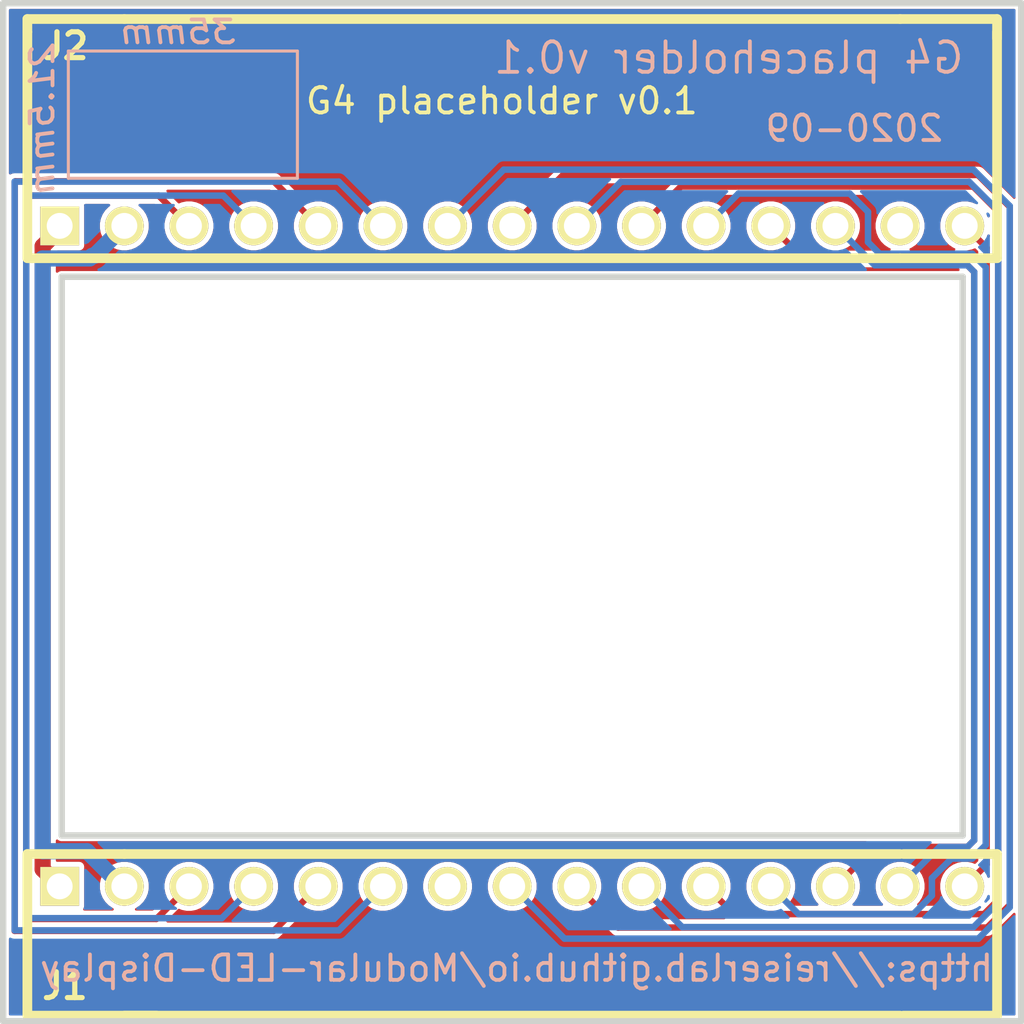
<source format=kicad_pcb>
(kicad_pcb (version 20171130) (host pcbnew 5.1.6)

  (general
    (thickness 1.6)
    (drawings 18)
    (tracks 97)
    (zones 0)
    (modules 2)
    (nets 15)
  )

  (page A4)
  (layers
    (0 F.Cu signal)
    (31 B.Cu signal)
    (32 B.Adhes user)
    (33 F.Adhes user)
    (34 B.Paste user)
    (35 F.Paste user)
    (36 B.SilkS user)
    (37 F.SilkS user)
    (38 B.Mask user)
    (39 F.Mask user)
    (40 Dwgs.User user)
    (41 Cmts.User user)
    (42 Eco1.User user)
    (43 Eco2.User user)
    (44 Edge.Cuts user)
    (45 Margin user)
    (46 B.CrtYd user)
    (47 F.CrtYd user)
    (48 B.Fab user)
    (49 F.Fab user)
  )

  (setup
    (last_trace_width 0.25)
    (user_trace_width 0.254)
    (user_trace_width 0.635)
    (trace_clearance 0.2)
    (zone_clearance 0.1)
    (zone_45_only no)
    (trace_min 0.2)
    (via_size 0.8)
    (via_drill 0.4)
    (via_min_size 0.4)
    (via_min_drill 0.3)
    (uvia_size 0.3)
    (uvia_drill 0.1)
    (uvias_allowed no)
    (uvia_min_size 0.2)
    (uvia_min_drill 0.1)
    (edge_width 0.05)
    (segment_width 0.2)
    (pcb_text_width 0.3)
    (pcb_text_size 1.5 1.5)
    (mod_edge_width 0.12)
    (mod_text_size 1 1)
    (mod_text_width 0.15)
    (pad_size 1.524 1.524)
    (pad_drill 0.762)
    (pad_to_mask_clearance 0.05)
    (aux_axis_origin 140 100)
    (grid_origin 140 100)
    (visible_elements FFFFFF7F)
    (pcbplotparams
      (layerselection 0x010fc_ffffffff)
      (usegerberextensions false)
      (usegerberattributes true)
      (usegerberadvancedattributes true)
      (creategerberjobfile true)
      (excludeedgelayer true)
      (linewidth 0.100000)
      (plotframeref false)
      (viasonmask false)
      (mode 1)
      (useauxorigin false)
      (hpglpennumber 1)
      (hpglpenspeed 20)
      (hpglpendiameter 15.000000)
      (psnegative false)
      (psa4output false)
      (plotreference true)
      (plotvalue true)
      (plotinvisibletext false)
      (padsonsilk false)
      (subtractmaskfromsilk false)
      (outputformat 1)
      (mirror false)
      (drillshape 0)
      (scaleselection 1)
      (outputdirectory "production_v0p1/"))
  )

  (net 0 "")
  (net 1 /EXT_INTO)
  (net 2 /CS7)
  (net 3 /CS6)
  (net 4 /CS5)
  (net 5 /CS4)
  (net 6 /CS3)
  (net 7 /CS2)
  (net 8 /CS1)
  (net 9 /CIPO)
  (net 10 /COPI)
  (net 11 /SCK)
  (net 12 /RESET)
  (net 13 GND)
  (net 14 +5V)

  (net_class Default "This is the default net class."
    (clearance 0.2)
    (trace_width 0.25)
    (via_dia 0.8)
    (via_drill 0.4)
    (uvia_dia 0.3)
    (uvia_drill 0.1)
    (add_net +5V)
    (add_net /CIPO)
    (add_net /COPI)
    (add_net /CS1)
    (add_net /CS2)
    (add_net /CS3)
    (add_net /CS4)
    (add_net /CS5)
    (add_net /CS6)
    (add_net /CS7)
    (add_net /EXT_INTO)
    (add_net /RESET)
    (add_net /SCK)
    (add_net GND)
  )

  (module placeholdere-feet:HEADER_TOP (layer F.Cu) (tedit 521B642B) (tstamp 5F575166)
    (at 70 58.75)
    (path /5F56BEF1)
    (fp_text reference J2 (at -17.549 -7.0706) (layer F.SilkS)
      (effects (font (size 1.016 1.016) (thickness 0.2032)))
    )
    (fp_text value Conn_01x15_Female (at 7.62 -4.572) (layer F.SilkS) hide
      (effects (font (size 1.524 1.524) (thickness 0.3048)))
    )
    (fp_line (start 15.24 -8.128) (end 19.05 -8.128) (layer F.SilkS) (width 0.381))
    (fp_line (start 19.05 -8.128) (end 19.05 -7.366) (layer F.SilkS) (width 0.381))
    (fp_line (start -15.24 -8.128) (end -19.05 -8.128) (layer F.SilkS) (width 0.381))
    (fp_line (start -19.05 -8.128) (end -19.05 -7.62) (layer F.SilkS) (width 0.381))
    (fp_line (start -15.24 1.27) (end -19.05 1.27) (layer F.SilkS) (width 0.381))
    (fp_line (start -19.05 1.27) (end -19.05 -7.62) (layer F.SilkS) (width 0.381))
    (fp_line (start 15.24 1.27) (end 19.05 1.27) (layer F.SilkS) (width 0.381))
    (fp_line (start 19.05 1.27) (end 19.05 -7.62) (layer F.SilkS) (width 0.381))
    (fp_line (start 15.24 1.27) (end -15.24 1.27) (layer F.SilkS) (width 0.381))
    (fp_line (start -15.24 -8.128) (end 15.24 -8.128) (layer F.SilkS) (width 0.381))
    (pad 15 thru_hole circle (at 17.78 0) (size 1.524 1.524) (drill 1.016) (layers *.Cu *.Mask F.SilkS)
      (net 1 /EXT_INTO))
    (pad 14 thru_hole circle (at 15.24 0) (size 1.524 1.524) (drill 1.016) (layers *.Cu *.Mask F.SilkS))
    (pad 13 thru_hole circle (at 12.7 0) (size 1.524 1.524) (drill 1.016) (layers *.Cu *.Mask F.SilkS)
      (net 2 /CS7))
    (pad 12 thru_hole circle (at 10.16 0) (size 1.524 1.524) (drill 1.016) (layers *.Cu *.Mask F.SilkS)
      (net 3 /CS6))
    (pad 11 thru_hole circle (at 7.62 0) (size 1.524 1.524) (drill 1.016) (layers *.Cu *.Mask F.SilkS)
      (net 4 /CS5))
    (pad 10 thru_hole circle (at 5.08 0) (size 1.524 1.524) (drill 1.016) (layers *.Cu *.Mask F.SilkS)
      (net 5 /CS4))
    (pad 9 thru_hole circle (at 2.54 0) (size 1.524 1.524) (drill 1.016) (layers *.Cu *.Mask F.SilkS)
      (net 6 /CS3))
    (pad 8 thru_hole circle (at 0 0) (size 1.524 1.524) (drill 1.016) (layers *.Cu *.Mask F.SilkS)
      (net 7 /CS2))
    (pad 7 thru_hole circle (at -2.54 0) (size 1.524 1.524) (drill 1.016) (layers *.Cu *.Mask F.SilkS)
      (net 8 /CS1))
    (pad 6 thru_hole circle (at -5.08 0) (size 1.524 1.524) (drill 1.016) (layers *.Cu *.Mask F.SilkS)
      (net 9 /CIPO))
    (pad 5 thru_hole circle (at -7.62 0) (size 1.524 1.524) (drill 1.016) (layers *.Cu *.Mask F.SilkS)
      (net 10 /COPI))
    (pad 4 thru_hole circle (at -10.16 0) (size 1.524 1.524) (drill 1.016) (layers *.Cu *.Mask F.SilkS)
      (net 11 /SCK))
    (pad 3 thru_hole circle (at -12.7 0) (size 1.524 1.524) (drill 1.016) (layers *.Cu *.Mask F.SilkS)
      (net 12 /RESET))
    (pad 2 thru_hole circle (at -15.24 0) (size 1.524 1.524) (drill 1.016) (layers *.Cu *.Mask F.SilkS)
      (net 13 GND))
    (pad 1 thru_hole rect (at -17.78 0) (size 1.524 1.524) (drill 1.016) (layers *.Cu *.Mask F.SilkS)
      (net 14 +5V))
    (model Connector_PinSocket_2.54mm.3dshapes/PinSocket_1x15_P2.54mm_Horizontal.wrl
      (offset (xyz 17.78 0 0))
      (scale (xyz 1 1 1))
      (rotate (xyz 0 0 90))
    )
  )

  (module placeholdere-feet:HEADER_BOT (layer F.Cu) (tedit 521B6430) (tstamp 5F5734D8)
    (at 70 84.7)
    (path /5F56C7EF)
    (fp_text reference J1 (at -17.5744 3.9111) (layer F.SilkS)
      (effects (font (size 1.016 1.016) (thickness 0.2032)))
    )
    (fp_text value Conn_01x15_Male (at 9.906 3.048) (layer F.SilkS) hide
      (effects (font (size 1.524 1.524) (thickness 0.3048)))
    )
    (fp_line (start 19.05 5.08) (end 19.05 -1.27) (layer F.SilkS) (width 0.381))
    (fp_line (start 15.367 5.08) (end 19.05 5.08) (layer F.SilkS) (width 0.381))
    (fp_line (start 15.367 -1.27) (end 18.923 -1.27) (layer F.SilkS) (width 0.381))
    (fp_line (start 18.923 -1.27) (end 19.05 -1.27) (layer F.SilkS) (width 0.381))
    (fp_line (start -15.24 -1.27) (end -19.05 -1.27) (layer F.SilkS) (width 0.381))
    (fp_line (start -19.05 -1.27) (end -19.05 5.08) (layer F.SilkS) (width 0.381))
    (fp_line (start -19.05 5.08) (end -13.97 5.08) (layer F.SilkS) (width 0.381))
    (fp_line (start -15.24 -1.27) (end 15.24 -1.27) (layer F.SilkS) (width 0.381))
    (fp_line (start -15.24 5.08) (end 15.24 5.08) (layer F.SilkS) (width 0.381))
    (pad 15 thru_hole circle (at 17.78 0) (size 1.524 1.524) (drill 1.016) (layers *.Cu *.Mask F.SilkS)
      (net 1 /EXT_INTO))
    (pad 14 thru_hole circle (at 15.24 0) (size 1.524 1.524) (drill 1.016) (layers *.Cu *.Mask F.SilkS)
      (net 2 /CS7))
    (pad 13 thru_hole circle (at 12.7 0) (size 1.524 1.524) (drill 1.016) (layers *.Cu *.Mask F.SilkS)
      (net 3 /CS6))
    (pad 12 thru_hole circle (at 10.16 0) (size 1.524 1.524) (drill 1.016) (layers *.Cu *.Mask F.SilkS)
      (net 4 /CS5))
    (pad 11 thru_hole circle (at 7.62 0) (size 1.524 1.524) (drill 1.016) (layers *.Cu *.Mask F.SilkS)
      (net 5 /CS4))
    (pad 10 thru_hole circle (at 5.08 0) (size 1.524 1.524) (drill 1.016) (layers *.Cu *.Mask F.SilkS)
      (net 6 /CS3))
    (pad 9 thru_hole circle (at 2.54 0) (size 1.524 1.524) (drill 1.016) (layers *.Cu *.Mask F.SilkS)
      (net 7 /CS2))
    (pad 8 thru_hole circle (at 0 0) (size 1.524 1.524) (drill 1.016) (layers *.Cu *.Mask F.SilkS)
      (net 8 /CS1))
    (pad 7 thru_hole circle (at -2.54 0) (size 1.524 1.524) (drill 1.016) (layers *.Cu *.Mask F.SilkS))
    (pad 6 thru_hole circle (at -5.08 0) (size 1.524 1.524) (drill 1.016) (layers *.Cu *.Mask F.SilkS)
      (net 9 /CIPO))
    (pad 5 thru_hole circle (at -7.62 0) (size 1.524 1.524) (drill 1.016) (layers *.Cu *.Mask F.SilkS)
      (net 10 /COPI))
    (pad 4 thru_hole circle (at -10.16 0) (size 1.524 1.524) (drill 1.016) (layers *.Cu *.Mask F.SilkS)
      (net 11 /SCK))
    (pad 3 thru_hole circle (at -12.7 0) (size 1.524 1.524) (drill 1.016) (layers *.Cu *.Mask F.SilkS)
      (net 12 /RESET))
    (pad 2 thru_hole circle (at -15.24 0) (size 1.524 1.524) (drill 1.016) (layers *.Cu *.Mask F.SilkS)
      (net 13 GND))
    (pad 1 thru_hole rect (at -17.78 0) (size 1.524 1.524) (drill 1.016) (layers *.Cu *.Mask F.SilkS)
      (net 14 +5V))
    (model Connector_PinHeader_2.54mm.3dshapes/PinHeader_1x15_P2.54mm_Horizontal.wrl
      (offset (xyz 17.78 0 0))
      (scale (xyz 1 1 1))
      (rotate (xyz 0 0 90))
    )
  )

  (gr_text 21.5mm (at 51.53 54.52 90) (layer B.SilkS) (tstamp 5F577D59)
    (effects (font (size 0.9 1) (thickness 0.15) italic) (justify mirror))
  )
  (gr_text 35mm (at 56.89 51.13) (layer B.SilkS) (tstamp 5F577D5C)
    (effects (font (size 0.9 1) (thickness 0.15) italic) (justify mirror))
  )
  (gr_line (start 61.56 51.88) (end 52.56 51.88) (layer B.SilkS) (width 0.12) (tstamp 5F577D65))
  (gr_line (start 61.56 56.88) (end 61.56 51.88) (layer B.SilkS) (width 0.12) (tstamp 5F577D50))
  (gr_line (start 52.56 56.88) (end 61.56 56.88) (layer B.SilkS) (width 0.12) (tstamp 5F577D56))
  (gr_line (start 52.56 51.88) (end 52.56 56.88) (layer B.SilkS) (width 0.12) (tstamp 5F577D53))
  (gr_text https://reiserlab.github.io/Modular-LED-Display (at 70.17 87.92) (layer B.SilkS)
    (effects (font (size 1 1) (thickness 0.15)) (justify mirror))
  )
  (gr_text 2020-09 (at 83.44 54.92) (layer B.SilkS)
    (effects (font (size 1 1) (thickness 0.15)) (justify mirror))
  )
  (gr_text "G4 placeholder v0.1" (at 78.51 52.15) (layer B.SilkS) (tstamp 5F577D24)
    (effects (font (size 1.2 1.2) (thickness 0.15)) (justify mirror))
  )
  (gr_text "G4 placeholder v0.1" (at 69.59 53.84) (layer F.SilkS)
    (effects (font (size 1 1) (thickness 0.15)))
  )
  (gr_line (start 87.7 60.75) (end 87.7 82.7) (layer Edge.Cuts) (width 0.25))
  (gr_line (start 52.3 60.75) (end 87.7 60.75) (layer Edge.Cuts) (width 0.25))
  (gr_line (start 52.3 82.7) (end 52.3 60.75) (layer Edge.Cuts) (width 0.25))
  (gr_line (start 87.7 82.7) (end 52.3 82.7) (layer Edge.Cuts) (width 0.25))
  (gr_line (start 90 50) (end 90 90) (layer Edge.Cuts) (width 0.25) (tstamp 5F575B63))
  (gr_line (start 50 50) (end 90 50) (layer Edge.Cuts) (width 0.25))
  (gr_line (start 50 50) (end 50 90) (layer Edge.Cuts) (width 0.25))
  (gr_line (start 50 90) (end 90 90) (layer Edge.Cuts) (width 0.25) (tstamp 5F574E92))

  (segment (start 88.639968 83.840032) (end 87.78 84.7) (width 0.254) (layer F.Cu) (net 1))
  (segment (start 88.639968 59.609968) (end 88.639968 83.840032) (width 0.254) (layer F.Cu) (net 1))
  (segment (start 87.78 58.75) (end 88.639968 59.609968) (width 0.254) (layer F.Cu) (net 1))
  (segment (start 87.887228 60.29799) (end 88.15201 60.562772) (width 0.254) (layer B.Cu) (net 2))
  (segment (start 88.15201 60.562772) (end 88.15201 82.887228) (width 0.254) (layer B.Cu) (net 2))
  (segment (start 88.15201 82.887228) (end 87.887228 83.15201) (width 0.254) (layer B.Cu) (net 2))
  (segment (start 87.887228 83.15201) (end 86.78799 83.15201) (width 0.254) (layer B.Cu) (net 2))
  (segment (start 82.7 58.75) (end 84.24799 60.29799) (width 0.254) (layer B.Cu) (net 2))
  (segment (start 86.78799 83.15201) (end 85.24 84.7) (width 0.254) (layer B.Cu) (net 2))
  (segment (start 84.24799 60.29799) (end 87.887228 60.29799) (width 0.254) (layer B.Cu) (net 2))
  (segment (start 87.639238 60.05) (end 81.46 60.05) (width 0.254) (layer F.Cu) (net 3))
  (segment (start 88.15201 60.562772) (end 87.639238 60.05) (width 0.254) (layer F.Cu) (net 3))
  (segment (start 88.15201 82.887228) (end 88.15201 60.562772) (width 0.254) (layer F.Cu) (net 3))
  (segment (start 87.887228 83.15201) (end 88.15201 82.887228) (width 0.254) (layer F.Cu) (net 3))
  (segment (start 84.24799 83.15201) (end 87.887228 83.15201) (width 0.254) (layer F.Cu) (net 3))
  (segment (start 81.46 60.05) (end 80.16 58.75) (width 0.254) (layer F.Cu) (net 3))
  (segment (start 82.7 84.7) (end 84.24799 83.15201) (width 0.254) (layer F.Cu) (net 3))
  (segment (start 86.49 84.378278) (end 86.49 85.061722) (width 0.254) (layer B.Cu) (net 4))
  (segment (start 87.257279 83.610999) (end 86.49 84.378278) (width 0.254) (layer B.Cu) (net 4))
  (segment (start 88.60602 83.075286) (end 88.070307 83.610999) (width 0.254) (layer B.Cu) (net 4))
  (segment (start 88.606021 60.374715) (end 88.60602 83.075286) (width 0.254) (layer B.Cu) (net 4))
  (segment (start 81.249001 85.789001) (end 80.16 84.7) (width 0.254) (layer B.Cu) (net 4))
  (segment (start 83.98 59.387932) (end 84.436047 59.843979) (width 0.254) (layer B.Cu) (net 4))
  (segment (start 88.070307 83.610999) (end 87.257279 83.610999) (width 0.254) (layer B.Cu) (net 4))
  (segment (start 84.436047 59.843979) (end 88.075286 59.84398) (width 0.254) (layer B.Cu) (net 4))
  (segment (start 86.49 85.061722) (end 85.762721 85.789001) (width 0.254) (layer B.Cu) (net 4))
  (segment (start 77.62 58.75) (end 78.89 57.48) (width 0.254) (layer B.Cu) (net 4))
  (segment (start 88.075286 59.84398) (end 88.606021 60.374715) (width 0.254) (layer B.Cu) (net 4))
  (segment (start 83.26 57.48) (end 83.98 58.2) (width 0.254) (layer B.Cu) (net 4))
  (segment (start 85.762721 85.789001) (end 81.249001 85.789001) (width 0.254) (layer B.Cu) (net 4))
  (segment (start 78.89 57.48) (end 83.26 57.48) (width 0.254) (layer B.Cu) (net 4))
  (segment (start 83.98 58.2) (end 83.98 59.387932) (width 0.254) (layer B.Cu) (net 4))
  (segment (start 78.71 85.79) (end 77.62 84.7) (width 0.254) (layer F.Cu) (net 5))
  (segment (start 88.54 85.79) (end 78.71 85.79) (width 0.254) (layer F.Cu) (net 5))
  (segment (start 89.093979 85.236021) (end 88.54 85.79) (width 0.254) (layer F.Cu) (net 5))
  (segment (start 89.093979 58.186047) (end 89.093979 85.236021) (width 0.254) (layer F.Cu) (net 5))
  (segment (start 88.111943 57.204011) (end 89.093979 58.186047) (width 0.254) (layer F.Cu) (net 5))
  (segment (start 76.625989 57.204011) (end 88.111943 57.204011) (width 0.254) (layer F.Cu) (net 5))
  (segment (start 75.08 58.75) (end 76.625989 57.204011) (width 0.254) (layer F.Cu) (net 5))
  (segment (start 76.68 86.3) (end 75.08 84.7) (width 0.254) (layer B.Cu) (net 6))
  (segment (start 88.127932 86.3) (end 76.68 86.3) (width 0.254) (layer B.Cu) (net 6))
  (segment (start 89.093979 85.333953) (end 88.127932 86.3) (width 0.254) (layer B.Cu) (net 6))
  (segment (start 87.957932 57.02) (end 89.093979 58.156047) (width 0.254) (layer B.Cu) (net 6))
  (segment (start 72.54 58.75) (end 74.27 57.02) (width 0.254) (layer B.Cu) (net 6))
  (segment (start 74.27 57.02) (end 87.957932 57.02) (width 0.254) (layer B.Cu) (net 6))
  (segment (start 89.093979 58.156047) (end 89.093979 85.333953) (width 0.254) (layer B.Cu) (net 6))
  (segment (start 89.54799 85.43201) (end 88.66 86.32) (width 0.254) (layer F.Cu) (net 7))
  (segment (start 74.16 86.32) (end 73.301999 85.461999) (width 0.254) (layer F.Cu) (net 7))
  (segment (start 73.301999 85.461999) (end 72.54 84.7) (width 0.254) (layer F.Cu) (net 7))
  (segment (start 88.66 86.32) (end 74.16 86.32) (width 0.254) (layer F.Cu) (net 7))
  (segment (start 89.54799 57.99799) (end 89.54799 85.43201) (width 0.254) (layer F.Cu) (net 7))
  (segment (start 72 56.75) (end 88.300001 56.750001) (width 0.254) (layer F.Cu) (net 7))
  (segment (start 70 58.75) (end 72 56.75) (width 0.254) (layer F.Cu) (net 7))
  (segment (start 88.300001 56.750001) (end 89.54799 57.99799) (width 0.254) (layer F.Cu) (net 7))
  (segment (start 89.547989 85.522011) (end 88.315989 86.754011) (width 0.254) (layer B.Cu) (net 8))
  (segment (start 67.46 58.75) (end 69.67 56.54) (width 0.254) (layer B.Cu) (net 8))
  (segment (start 70.761999 85.461999) (end 70 84.7) (width 0.254) (layer B.Cu) (net 8))
  (segment (start 72.05401 86.75401) (end 70.761999 85.461999) (width 0.254) (layer B.Cu) (net 8))
  (segment (start 88.12 56.54) (end 89.54799 57.96799) (width 0.254) (layer B.Cu) (net 8))
  (segment (start 69.67 56.54) (end 88.12 56.54) (width 0.254) (layer B.Cu) (net 8))
  (segment (start 89.54799 57.96799) (end 89.547989 85.522011) (width 0.254) (layer B.Cu) (net 8))
  (segment (start 88.315989 86.754011) (end 72.05401 86.75401) (width 0.254) (layer B.Cu) (net 8))
  (segment (start 63.19 86.43) (end 64.92 84.7) (width 0.254) (layer B.Cu) (net 9))
  (segment (start 50.45201 86.43) (end 63.19 86.43) (width 0.254) (layer B.Cu) (net 9))
  (segment (start 50.45201 57.01) (end 50.45201 86.43) (width 0.254) (layer B.Cu) (net 9))
  (segment (start 63.18 57.01) (end 50.45201 57.01) (width 0.254) (layer B.Cu) (net 9))
  (segment (start 64.92 58.75) (end 63.18 57.01) (width 0.254) (layer B.Cu) (net 9))
  (segment (start 50.452011 86.45) (end 60.63 86.45) (width 0.254) (layer F.Cu) (net 10))
  (segment (start 60.63 86.45) (end 62.38 84.7) (width 0.254) (layer F.Cu) (net 10))
  (segment (start 50.452011 57.027989) (end 50.452011 86.45) (width 0.254) (layer F.Cu) (net 10))
  (segment (start 50.48 57) (end 50.452011 57.027989) (width 0.254) (layer F.Cu) (net 10))
  (segment (start 60.63 57) (end 50.48 57) (width 0.254) (layer F.Cu) (net 10))
  (segment (start 62.38 58.75) (end 60.63 57) (width 0.254) (layer F.Cu) (net 10))
  (segment (start 58.59 85.95) (end 59.84 84.7) (width 0.254) (layer B.Cu) (net 11))
  (segment (start 50.906021 85.95) (end 58.59 85.95) (width 0.254) (layer B.Cu) (net 11))
  (segment (start 50.906021 57.56) (end 50.906021 85.95) (width 0.254) (layer B.Cu) (net 11))
  (segment (start 58.65 57.56) (end 50.906021 57.56) (width 0.254) (layer B.Cu) (net 11) (tstamp 5F577D62))
  (segment (start 59.84 58.75) (end 58.65 57.56) (width 0.254) (layer B.Cu) (net 11) (tstamp 5F577D5F))
  (segment (start 56.02 85.98) (end 57.3 84.7) (width 0.254) (layer F.Cu) (net 12))
  (segment (start 50.922068 85.98) (end 56.02 85.98) (width 0.254) (layer F.Cu) (net 12))
  (segment (start 50.906022 85.963954) (end 50.922068 85.98) (width 0.254) (layer F.Cu) (net 12))
  (segment (start 50.906022 57.586022) (end 50.906022 85.963954) (width 0.254) (layer F.Cu) (net 12))
  (segment (start 50.932044 57.56) (end 50.906022 57.586022) (width 0.254) (layer F.Cu) (net 12))
  (segment (start 56.11 57.56) (end 50.932044 57.56) (width 0.254) (layer F.Cu) (net 12))
  (segment (start 57.3 58.75) (end 56.11 57.56) (width 0.254) (layer F.Cu) (net 12))
  (segment (start 54.675502 84.7) (end 54.76 84.7) (width 0.635) (layer B.Cu) (net 13))
  (segment (start 51.550532 60.029501) (end 51.550532 83.32) (width 0.635) (layer B.Cu) (net 13))
  (segment (start 53.396001 60.029501) (end 51.550532 60.029501) (width 0.635) (layer B.Cu) (net 13) (tstamp 5F577D68))
  (segment (start 53.499501 59.926001) (end 53.396001 60.029501) (width 0.635) (layer B.Cu) (net 13) (tstamp 5F577D6B))
  (segment (start 53.583999 59.926001) (end 53.499501 59.926001) (width 0.635) (layer B.Cu) (net 13) (tstamp 5F577D71))
  (segment (start 53.295502 83.32) (end 54.675502 84.7) (width 0.635) (layer B.Cu) (net 13))
  (segment (start 51.550532 83.32) (end 53.295502 83.32) (width 0.635) (layer B.Cu) (net 13))
  (segment (start 54.76 58.75) (end 53.583999 59.926001) (width 0.635) (layer B.Cu) (net 13) (tstamp 5F577D6E))
  (segment (start 51.550532 84.030532) (end 52.22 84.7) (width 0.635) (layer F.Cu) (net 14))
  (segment (start 51.550532 59.549468) (end 51.550532 84.030532) (width 0.635) (layer F.Cu) (net 14))
  (segment (start 52.22 58.88) (end 51.550532 59.549468) (width 0.635) (layer F.Cu) (net 14))
  (segment (start 52.22 58.75) (end 52.22 58.88) (width 0.635) (layer F.Cu) (net 14))

  (zone (net 0) (net_name "") (layer B.Cu) (tstamp 5F578EB5) (hatch edge 0.508)
    (connect_pads (clearance 0.1))
    (min_thickness 0.1)
    (fill yes (arc_segments 32) (thermal_gap 0.508) (thermal_bridge_width 0.508))
    (polygon
      (pts
        (xy 90.03 89.99) (xy 50.06 89.85) (xy 50.13 89.85) (xy 50.13 50.01) (xy 90.03 49.98)
      )
    )
    (filled_polygon
      (pts
        (xy 85.637552 83.76929) (xy 85.53519 83.72689) (xy 85.339673 83.688) (xy 85.140327 83.688) (xy 84.94481 83.72689)
        (xy 84.760638 83.803177) (xy 84.594887 83.913928) (xy 84.453928 84.054887) (xy 84.343177 84.220638) (xy 84.26689 84.40481)
        (xy 84.228 84.600327) (xy 84.228 84.799673) (xy 84.26689 84.99519) (xy 84.343177 85.179362) (xy 84.453928 85.345113)
        (xy 84.520816 85.412001) (xy 83.419184 85.412001) (xy 83.486072 85.345113) (xy 83.596823 85.179362) (xy 83.67311 84.99519)
        (xy 83.712 84.799673) (xy 83.712 84.600327) (xy 83.67311 84.40481) (xy 83.596823 84.220638) (xy 83.486072 84.054887)
        (xy 83.345113 83.913928) (xy 83.179362 83.803177) (xy 82.99519 83.72689) (xy 82.799673 83.688) (xy 82.600327 83.688)
        (xy 82.40481 83.72689) (xy 82.220638 83.803177) (xy 82.054887 83.913928) (xy 81.913928 84.054887) (xy 81.803177 84.220638)
        (xy 81.72689 84.40481) (xy 81.688 84.600327) (xy 81.688 84.799673) (xy 81.72689 84.99519) (xy 81.803177 85.179362)
        (xy 81.913928 85.345113) (xy 81.980816 85.412001) (xy 81.40516 85.412001) (xy 81.09071 85.097552) (xy 81.13311 84.99519)
        (xy 81.172 84.799673) (xy 81.172 84.600327) (xy 81.13311 84.40481) (xy 81.056823 84.220638) (xy 80.946072 84.054887)
        (xy 80.805113 83.913928) (xy 80.639362 83.803177) (xy 80.45519 83.72689) (xy 80.259673 83.688) (xy 80.060327 83.688)
        (xy 79.86481 83.72689) (xy 79.680638 83.803177) (xy 79.514887 83.913928) (xy 79.373928 84.054887) (xy 79.263177 84.220638)
        (xy 79.18689 84.40481) (xy 79.148 84.600327) (xy 79.148 84.799673) (xy 79.18689 84.99519) (xy 79.263177 85.179362)
        (xy 79.373928 85.345113) (xy 79.514887 85.486072) (xy 79.680638 85.596823) (xy 79.86481 85.67311) (xy 80.060327 85.712)
        (xy 80.259673 85.712) (xy 80.45519 85.67311) (xy 80.557552 85.63071) (xy 80.849841 85.923) (xy 76.836159 85.923)
        (xy 76.01071 85.097552) (xy 76.05311 84.99519) (xy 76.092 84.799673) (xy 76.092 84.600327) (xy 76.608 84.600327)
        (xy 76.608 84.799673) (xy 76.64689 84.99519) (xy 76.723177 85.179362) (xy 76.833928 85.345113) (xy 76.974887 85.486072)
        (xy 77.140638 85.596823) (xy 77.32481 85.67311) (xy 77.520327 85.712) (xy 77.719673 85.712) (xy 77.91519 85.67311)
        (xy 78.099362 85.596823) (xy 78.265113 85.486072) (xy 78.406072 85.345113) (xy 78.516823 85.179362) (xy 78.59311 84.99519)
        (xy 78.632 84.799673) (xy 78.632 84.600327) (xy 78.59311 84.40481) (xy 78.516823 84.220638) (xy 78.406072 84.054887)
        (xy 78.265113 83.913928) (xy 78.099362 83.803177) (xy 77.91519 83.72689) (xy 77.719673 83.688) (xy 77.520327 83.688)
        (xy 77.32481 83.72689) (xy 77.140638 83.803177) (xy 76.974887 83.913928) (xy 76.833928 84.054887) (xy 76.723177 84.220638)
        (xy 76.64689 84.40481) (xy 76.608 84.600327) (xy 76.092 84.600327) (xy 76.05311 84.40481) (xy 75.976823 84.220638)
        (xy 75.866072 84.054887) (xy 75.725113 83.913928) (xy 75.559362 83.803177) (xy 75.37519 83.72689) (xy 75.179673 83.688)
        (xy 74.980327 83.688) (xy 74.78481 83.72689) (xy 74.600638 83.803177) (xy 74.434887 83.913928) (xy 74.293928 84.054887)
        (xy 74.183177 84.220638) (xy 74.10689 84.40481) (xy 74.068 84.600327) (xy 74.068 84.799673) (xy 74.10689 84.99519)
        (xy 74.183177 85.179362) (xy 74.293928 85.345113) (xy 74.434887 85.486072) (xy 74.600638 85.596823) (xy 74.78481 85.67311)
        (xy 74.980327 85.712) (xy 75.179673 85.712) (xy 75.37519 85.67311) (xy 75.477552 85.63071) (xy 76.223852 86.377011)
        (xy 72.210168 86.37701) (xy 70.93071 85.097552) (xy 70.97311 84.99519) (xy 71.012 84.799673) (xy 71.012 84.600327)
        (xy 71.528 84.600327) (xy 71.528 84.799673) (xy 71.56689 84.99519) (xy 71.643177 85.179362) (xy 71.753928 85.345113)
        (xy 71.894887 85.486072) (xy 72.060638 85.596823) (xy 72.24481 85.67311) (xy 72.440327 85.712) (xy 72.639673 85.712)
        (xy 72.83519 85.67311) (xy 73.019362 85.596823) (xy 73.185113 85.486072) (xy 73.326072 85.345113) (xy 73.436823 85.179362)
        (xy 73.51311 84.99519) (xy 73.552 84.799673) (xy 73.552 84.600327) (xy 73.51311 84.40481) (xy 73.436823 84.220638)
        (xy 73.326072 84.054887) (xy 73.185113 83.913928) (xy 73.019362 83.803177) (xy 72.83519 83.72689) (xy 72.639673 83.688)
        (xy 72.440327 83.688) (xy 72.24481 83.72689) (xy 72.060638 83.803177) (xy 71.894887 83.913928) (xy 71.753928 84.054887)
        (xy 71.643177 84.220638) (xy 71.56689 84.40481) (xy 71.528 84.600327) (xy 71.012 84.600327) (xy 70.97311 84.40481)
        (xy 70.896823 84.220638) (xy 70.786072 84.054887) (xy 70.645113 83.913928) (xy 70.479362 83.803177) (xy 70.29519 83.72689)
        (xy 70.099673 83.688) (xy 69.900327 83.688) (xy 69.70481 83.72689) (xy 69.520638 83.803177) (xy 69.354887 83.913928)
        (xy 69.213928 84.054887) (xy 69.103177 84.220638) (xy 69.02689 84.40481) (xy 68.988 84.600327) (xy 68.988 84.799673)
        (xy 69.02689 84.99519) (xy 69.103177 85.179362) (xy 69.213928 85.345113) (xy 69.354887 85.486072) (xy 69.520638 85.596823)
        (xy 69.70481 85.67311) (xy 69.900327 85.712) (xy 70.099673 85.712) (xy 70.29519 85.67311) (xy 70.397552 85.63071)
        (xy 71.774338 87.007496) (xy 71.786141 87.021878) (xy 71.800523 87.033681) (xy 71.800525 87.033683) (xy 71.843546 87.06899)
        (xy 71.90904 87.103997) (xy 71.980104 87.125554) (xy 72.054009 87.132833) (xy 72.072529 87.131009) (xy 88.297477 87.131011)
        (xy 88.315989 87.132834) (xy 88.334501 87.131011) (xy 88.334507 87.131011) (xy 88.38221 87.126313) (xy 88.389894 87.125556)
        (xy 88.460958 87.103999) (xy 88.460962 87.103997) (xy 88.526451 87.068992) (xy 88.583857 87.02188) (xy 88.59566 87.007498)
        (xy 89.725001 85.878158) (xy 89.725001 89.725) (xy 50.275 89.725) (xy 50.275 86.762862) (xy 50.30704 86.779988)
        (xy 50.378105 86.801545) (xy 50.433491 86.807) (xy 50.45201 86.808824) (xy 50.470529 86.807) (xy 63.171488 86.807)
        (xy 63.19 86.808823) (xy 63.208512 86.807) (xy 63.208519 86.807) (xy 63.263905 86.801545) (xy 63.33497 86.779988)
        (xy 63.400463 86.744981) (xy 63.457869 86.697869) (xy 63.469677 86.683481) (xy 64.522448 85.63071) (xy 64.62481 85.67311)
        (xy 64.820327 85.712) (xy 65.019673 85.712) (xy 65.21519 85.67311) (xy 65.399362 85.596823) (xy 65.565113 85.486072)
        (xy 65.706072 85.345113) (xy 65.816823 85.179362) (xy 65.89311 84.99519) (xy 65.932 84.799673) (xy 65.932 84.600327)
        (xy 66.448 84.600327) (xy 66.448 84.799673) (xy 66.48689 84.99519) (xy 66.563177 85.179362) (xy 66.673928 85.345113)
        (xy 66.814887 85.486072) (xy 66.980638 85.596823) (xy 67.16481 85.67311) (xy 67.360327 85.712) (xy 67.559673 85.712)
        (xy 67.75519 85.67311) (xy 67.939362 85.596823) (xy 68.105113 85.486072) (xy 68.246072 85.345113) (xy 68.356823 85.179362)
        (xy 68.43311 84.99519) (xy 68.472 84.799673) (xy 68.472 84.600327) (xy 68.43311 84.40481) (xy 68.356823 84.220638)
        (xy 68.246072 84.054887) (xy 68.105113 83.913928) (xy 67.939362 83.803177) (xy 67.75519 83.72689) (xy 67.559673 83.688)
        (xy 67.360327 83.688) (xy 67.16481 83.72689) (xy 66.980638 83.803177) (xy 66.814887 83.913928) (xy 66.673928 84.054887)
        (xy 66.563177 84.220638) (xy 66.48689 84.40481) (xy 66.448 84.600327) (xy 65.932 84.600327) (xy 65.89311 84.40481)
        (xy 65.816823 84.220638) (xy 65.706072 84.054887) (xy 65.565113 83.913928) (xy 65.399362 83.803177) (xy 65.21519 83.72689)
        (xy 65.019673 83.688) (xy 64.820327 83.688) (xy 64.62481 83.72689) (xy 64.440638 83.803177) (xy 64.274887 83.913928)
        (xy 64.133928 84.054887) (xy 64.023177 84.220638) (xy 63.94689 84.40481) (xy 63.908 84.600327) (xy 63.908 84.799673)
        (xy 63.94689 84.99519) (xy 63.98929 85.097552) (xy 63.033842 86.053) (xy 59.020158 86.053) (xy 59.442448 85.63071)
        (xy 59.54481 85.67311) (xy 59.740327 85.712) (xy 59.939673 85.712) (xy 60.13519 85.67311) (xy 60.319362 85.596823)
        (xy 60.485113 85.486072) (xy 60.626072 85.345113) (xy 60.736823 85.179362) (xy 60.81311 84.99519) (xy 60.852 84.799673)
        (xy 60.852 84.600327) (xy 61.368 84.600327) (xy 61.368 84.799673) (xy 61.40689 84.99519) (xy 61.483177 85.179362)
        (xy 61.593928 85.345113) (xy 61.734887 85.486072) (xy 61.900638 85.596823) (xy 62.08481 85.67311) (xy 62.280327 85.712)
        (xy 62.479673 85.712) (xy 62.67519 85.67311) (xy 62.859362 85.596823) (xy 63.025113 85.486072) (xy 63.166072 85.345113)
        (xy 63.276823 85.179362) (xy 63.35311 84.99519) (xy 63.392 84.799673) (xy 63.392 84.600327) (xy 63.35311 84.40481)
        (xy 63.276823 84.220638) (xy 63.166072 84.054887) (xy 63.025113 83.913928) (xy 62.859362 83.803177) (xy 62.67519 83.72689)
        (xy 62.479673 83.688) (xy 62.280327 83.688) (xy 62.08481 83.72689) (xy 61.900638 83.803177) (xy 61.734887 83.913928)
        (xy 61.593928 84.054887) (xy 61.483177 84.220638) (xy 61.40689 84.40481) (xy 61.368 84.600327) (xy 60.852 84.600327)
        (xy 60.81311 84.40481) (xy 60.736823 84.220638) (xy 60.626072 84.054887) (xy 60.485113 83.913928) (xy 60.319362 83.803177)
        (xy 60.13519 83.72689) (xy 59.939673 83.688) (xy 59.740327 83.688) (xy 59.54481 83.72689) (xy 59.360638 83.803177)
        (xy 59.194887 83.913928) (xy 59.053928 84.054887) (xy 58.943177 84.220638) (xy 58.86689 84.40481) (xy 58.828 84.600327)
        (xy 58.828 84.799673) (xy 58.86689 84.99519) (xy 58.90929 85.097552) (xy 58.433842 85.573) (xy 57.815016 85.573)
        (xy 57.945113 85.486072) (xy 58.086072 85.345113) (xy 58.196823 85.179362) (xy 58.27311 84.99519) (xy 58.312 84.799673)
        (xy 58.312 84.600327) (xy 58.27311 84.40481) (xy 58.196823 84.220638) (xy 58.086072 84.054887) (xy 57.945113 83.913928)
        (xy 57.779362 83.803177) (xy 57.59519 83.72689) (xy 57.399673 83.688) (xy 57.200327 83.688) (xy 57.00481 83.72689)
        (xy 56.820638 83.803177) (xy 56.654887 83.913928) (xy 56.513928 84.054887) (xy 56.403177 84.220638) (xy 56.32689 84.40481)
        (xy 56.288 84.600327) (xy 56.288 84.799673) (xy 56.32689 84.99519) (xy 56.403177 85.179362) (xy 56.513928 85.345113)
        (xy 56.654887 85.486072) (xy 56.784984 85.573) (xy 55.275016 85.573) (xy 55.405113 85.486072) (xy 55.546072 85.345113)
        (xy 55.656823 85.179362) (xy 55.73311 84.99519) (xy 55.772 84.799673) (xy 55.772 84.600327) (xy 55.73311 84.40481)
        (xy 55.656823 84.220638) (xy 55.546072 84.054887) (xy 55.405113 83.913928) (xy 55.239362 83.803177) (xy 55.05519 83.72689)
        (xy 54.859673 83.688) (xy 54.660327 83.688) (xy 54.498297 83.720229) (xy 53.753067 82.975) (xy 86.431842 82.975)
      )
    )
    (filled_polygon
      (pts
        (xy 86.883177 85.179362) (xy 86.993928 85.345113) (xy 87.134887 85.486072) (xy 87.300638 85.596823) (xy 87.48481 85.67311)
        (xy 87.680327 85.712) (xy 87.879673 85.712) (xy 88.07519 85.67311) (xy 88.259362 85.596823) (xy 88.375654 85.519119)
        (xy 87.971774 85.923) (xy 86.16188 85.923) (xy 86.743487 85.341394) (xy 86.757869 85.329591) (xy 86.804981 85.272185)
        (xy 86.839988 85.206692) (xy 86.850505 85.172023) (xy 86.861545 85.135628) (xy 86.862221 85.128769)
      )
    )
    (filled_polygon
      (pts
        (xy 53.752191 84.579256) (xy 53.748 84.600327) (xy 53.748 84.799673) (xy 53.78689 84.99519) (xy 53.863177 85.179362)
        (xy 53.973928 85.345113) (xy 54.114887 85.486072) (xy 54.244984 85.573) (xy 53.206141 85.573) (xy 53.214087 85.558134)
        (xy 53.228382 85.511008) (xy 53.233209 85.462) (xy 53.233209 84.060273)
      )
    )
    (filled_polygon
      (pts
        (xy 88.71698 85.177793) (xy 88.59912 85.295654) (xy 88.676823 85.179362) (xy 88.71698 85.082415)
      )
    )
    (filled_polygon
      (pts
        (xy 88.71698 84.317585) (xy 88.676823 84.220638) (xy 88.566072 84.054887) (xy 88.425113 83.913928) (xy 88.350435 83.86403)
        (xy 88.71698 83.497485)
      )
    )
    (filled_polygon
      (pts
        (xy 89.725 57.611841) (xy 88.399677 56.286519) (xy 88.387869 56.272131) (xy 88.330463 56.225019) (xy 88.26497 56.190012)
        (xy 88.193905 56.168455) (xy 88.138519 56.163) (xy 88.138512 56.163) (xy 88.12 56.161177) (xy 88.101488 56.163)
        (xy 69.688512 56.163) (xy 69.67 56.161177) (xy 69.651488 56.163) (xy 69.651481 56.163) (xy 69.603054 56.16777)
        (xy 69.596094 56.168455) (xy 69.52503 56.190012) (xy 69.459537 56.225019) (xy 69.402131 56.272131) (xy 69.390328 56.286513)
        (xy 67.857552 57.81929) (xy 67.75519 57.77689) (xy 67.559673 57.738) (xy 67.360327 57.738) (xy 67.16481 57.77689)
        (xy 66.980638 57.853177) (xy 66.814887 57.963928) (xy 66.673928 58.104887) (xy 66.563177 58.270638) (xy 66.48689 58.45481)
        (xy 66.448 58.650327) (xy 66.448 58.849673) (xy 66.48689 59.04519) (xy 66.563177 59.229362) (xy 66.673928 59.395113)
        (xy 66.814887 59.536072) (xy 66.980638 59.646823) (xy 67.16481 59.72311) (xy 67.360327 59.762) (xy 67.559673 59.762)
        (xy 67.75519 59.72311) (xy 67.939362 59.646823) (xy 68.105113 59.536072) (xy 68.246072 59.395113) (xy 68.356823 59.229362)
        (xy 68.43311 59.04519) (xy 68.472 58.849673) (xy 68.472 58.650327) (xy 68.988 58.650327) (xy 68.988 58.849673)
        (xy 69.02689 59.04519) (xy 69.103177 59.229362) (xy 69.213928 59.395113) (xy 69.354887 59.536072) (xy 69.520638 59.646823)
        (xy 69.70481 59.72311) (xy 69.900327 59.762) (xy 70.099673 59.762) (xy 70.29519 59.72311) (xy 70.479362 59.646823)
        (xy 70.645113 59.536072) (xy 70.786072 59.395113) (xy 70.896823 59.229362) (xy 70.97311 59.04519) (xy 71.012 58.849673)
        (xy 71.012 58.650327) (xy 70.97311 58.45481) (xy 70.896823 58.270638) (xy 70.786072 58.104887) (xy 70.645113 57.963928)
        (xy 70.479362 57.853177) (xy 70.29519 57.77689) (xy 70.099673 57.738) (xy 69.900327 57.738) (xy 69.70481 57.77689)
        (xy 69.520638 57.853177) (xy 69.354887 57.963928) (xy 69.213928 58.104887) (xy 69.103177 58.270638) (xy 69.02689 58.45481)
        (xy 68.988 58.650327) (xy 68.472 58.650327) (xy 68.43311 58.45481) (xy 68.39071 58.352448) (xy 69.826159 56.917)
        (xy 73.839842 56.917) (xy 72.937552 57.81929) (xy 72.83519 57.77689) (xy 72.639673 57.738) (xy 72.440327 57.738)
        (xy 72.24481 57.77689) (xy 72.060638 57.853177) (xy 71.894887 57.963928) (xy 71.753928 58.104887) (xy 71.643177 58.270638)
        (xy 71.56689 58.45481) (xy 71.528 58.650327) (xy 71.528 58.849673) (xy 71.56689 59.04519) (xy 71.643177 59.229362)
        (xy 71.753928 59.395113) (xy 71.894887 59.536072) (xy 72.060638 59.646823) (xy 72.24481 59.72311) (xy 72.440327 59.762)
        (xy 72.639673 59.762) (xy 72.83519 59.72311) (xy 73.019362 59.646823) (xy 73.185113 59.536072) (xy 73.326072 59.395113)
        (xy 73.436823 59.229362) (xy 73.51311 59.04519) (xy 73.552 58.849673) (xy 73.552 58.650327) (xy 74.068 58.650327)
        (xy 74.068 58.849673) (xy 74.10689 59.04519) (xy 74.183177 59.229362) (xy 74.293928 59.395113) (xy 74.434887 59.536072)
        (xy 74.600638 59.646823) (xy 74.78481 59.72311) (xy 74.980327 59.762) (xy 75.179673 59.762) (xy 75.37519 59.72311)
        (xy 75.559362 59.646823) (xy 75.725113 59.536072) (xy 75.866072 59.395113) (xy 75.976823 59.229362) (xy 76.05311 59.04519)
        (xy 76.092 58.849673) (xy 76.092 58.650327) (xy 76.05311 58.45481) (xy 75.976823 58.270638) (xy 75.866072 58.104887)
        (xy 75.725113 57.963928) (xy 75.559362 57.853177) (xy 75.37519 57.77689) (xy 75.179673 57.738) (xy 74.980327 57.738)
        (xy 74.78481 57.77689) (xy 74.600638 57.853177) (xy 74.434887 57.963928) (xy 74.293928 58.104887) (xy 74.183177 58.270638)
        (xy 74.10689 58.45481) (xy 74.068 58.650327) (xy 73.552 58.650327) (xy 73.51311 58.45481) (xy 73.47071 58.352448)
        (xy 74.426158 57.397) (xy 78.439841 57.397) (xy 78.017552 57.81929) (xy 77.91519 57.77689) (xy 77.719673 57.738)
        (xy 77.520327 57.738) (xy 77.32481 57.77689) (xy 77.140638 57.853177) (xy 76.974887 57.963928) (xy 76.833928 58.104887)
        (xy 76.723177 58.270638) (xy 76.64689 58.45481) (xy 76.608 58.650327) (xy 76.608 58.849673) (xy 76.64689 59.04519)
        (xy 76.723177 59.229362) (xy 76.833928 59.395113) (xy 76.974887 59.536072) (xy 77.140638 59.646823) (xy 77.32481 59.72311)
        (xy 77.520327 59.762) (xy 77.719673 59.762) (xy 77.91519 59.72311) (xy 78.099362 59.646823) (xy 78.265113 59.536072)
        (xy 78.406072 59.395113) (xy 78.516823 59.229362) (xy 78.59311 59.04519) (xy 78.632 58.849673) (xy 78.632 58.650327)
        (xy 78.59311 58.45481) (xy 78.55071 58.352448) (xy 79.046159 57.857) (xy 79.674916 57.857) (xy 79.514887 57.963928)
        (xy 79.373928 58.104887) (xy 79.263177 58.270638) (xy 79.18689 58.45481) (xy 79.148 58.650327) (xy 79.148 58.849673)
        (xy 79.18689 59.04519) (xy 79.263177 59.229362) (xy 79.373928 59.395113) (xy 79.514887 59.536072) (xy 79.680638 59.646823)
        (xy 79.86481 59.72311) (xy 80.060327 59.762) (xy 80.259673 59.762) (xy 80.45519 59.72311) (xy 80.639362 59.646823)
        (xy 80.805113 59.536072) (xy 80.946072 59.395113) (xy 81.056823 59.229362) (xy 81.13311 59.04519) (xy 81.172 58.849673)
        (xy 81.172 58.650327) (xy 81.13311 58.45481) (xy 81.056823 58.270638) (xy 80.946072 58.104887) (xy 80.805113 57.963928)
        (xy 80.645084 57.857) (xy 82.214916 57.857) (xy 82.054887 57.963928) (xy 81.913928 58.104887) (xy 81.803177 58.270638)
        (xy 81.72689 58.45481) (xy 81.688 58.650327) (xy 81.688 58.849673) (xy 81.72689 59.04519) (xy 81.803177 59.229362)
        (xy 81.913928 59.395113) (xy 82.054887 59.536072) (xy 82.220638 59.646823) (xy 82.40481 59.72311) (xy 82.600327 59.762)
        (xy 82.799673 59.762) (xy 82.99519 59.72311) (xy 83.097552 59.68071) (xy 83.891842 60.475) (xy 53.747713 60.475)
        (xy 53.758587 60.466075) (xy 53.802222 60.452839) (xy 53.90081 60.400142) (xy 53.987223 60.329225) (xy 54.004993 60.307572)
        (xy 54.568776 59.74379) (xy 54.660327 59.762) (xy 54.859673 59.762) (xy 55.05519 59.72311) (xy 55.239362 59.646823)
        (xy 55.405113 59.536072) (xy 55.546072 59.395113) (xy 55.656823 59.229362) (xy 55.73311 59.04519) (xy 55.772 58.849673)
        (xy 55.772 58.650327) (xy 55.73311 58.45481) (xy 55.656823 58.270638) (xy 55.546072 58.104887) (xy 55.405113 57.963928)
        (xy 55.364812 57.937) (xy 56.695188 57.937) (xy 56.654887 57.963928) (xy 56.513928 58.104887) (xy 56.403177 58.270638)
        (xy 56.32689 58.45481) (xy 56.288 58.650327) (xy 56.288 58.849673) (xy 56.32689 59.04519) (xy 56.403177 59.229362)
        (xy 56.513928 59.395113) (xy 56.654887 59.536072) (xy 56.820638 59.646823) (xy 57.00481 59.72311) (xy 57.200327 59.762)
        (xy 57.399673 59.762) (xy 57.59519 59.72311) (xy 57.779362 59.646823) (xy 57.945113 59.536072) (xy 58.086072 59.395113)
        (xy 58.196823 59.229362) (xy 58.27311 59.04519) (xy 58.312 58.849673) (xy 58.312 58.650327) (xy 58.27311 58.45481)
        (xy 58.196823 58.270638) (xy 58.086072 58.104887) (xy 57.945113 57.963928) (xy 57.904812 57.937) (xy 58.493842 57.937)
        (xy 58.90929 58.352448) (xy 58.86689 58.45481) (xy 58.828 58.650327) (xy 58.828 58.849673) (xy 58.86689 59.04519)
        (xy 58.943177 59.229362) (xy 59.053928 59.395113) (xy 59.194887 59.536072) (xy 59.360638 59.646823) (xy 59.54481 59.72311)
        (xy 59.740327 59.762) (xy 59.939673 59.762) (xy 60.13519 59.72311) (xy 60.319362 59.646823) (xy 60.485113 59.536072)
        (xy 60.626072 59.395113) (xy 60.736823 59.229362) (xy 60.81311 59.04519) (xy 60.852 58.849673) (xy 60.852 58.650327)
        (xy 61.368 58.650327) (xy 61.368 58.849673) (xy 61.40689 59.04519) (xy 61.483177 59.229362) (xy 61.593928 59.395113)
        (xy 61.734887 59.536072) (xy 61.900638 59.646823) (xy 62.08481 59.72311) (xy 62.280327 59.762) (xy 62.479673 59.762)
        (xy 62.67519 59.72311) (xy 62.859362 59.646823) (xy 63.025113 59.536072) (xy 63.166072 59.395113) (xy 63.276823 59.229362)
        (xy 63.35311 59.04519) (xy 63.392 58.849673) (xy 63.392 58.650327) (xy 63.35311 58.45481) (xy 63.276823 58.270638)
        (xy 63.166072 58.104887) (xy 63.025113 57.963928) (xy 62.859362 57.853177) (xy 62.67519 57.77689) (xy 62.479673 57.738)
        (xy 62.280327 57.738) (xy 62.08481 57.77689) (xy 61.900638 57.853177) (xy 61.734887 57.963928) (xy 61.593928 58.104887)
        (xy 61.483177 58.270638) (xy 61.40689 58.45481) (xy 61.368 58.650327) (xy 60.852 58.650327) (xy 60.81311 58.45481)
        (xy 60.736823 58.270638) (xy 60.626072 58.104887) (xy 60.485113 57.963928) (xy 60.319362 57.853177) (xy 60.13519 57.77689)
        (xy 59.939673 57.738) (xy 59.740327 57.738) (xy 59.54481 57.77689) (xy 59.442448 57.81929) (xy 59.010158 57.387)
        (xy 63.023842 57.387) (xy 63.98929 58.352448) (xy 63.94689 58.45481) (xy 63.908 58.650327) (xy 63.908 58.849673)
        (xy 63.94689 59.04519) (xy 64.023177 59.229362) (xy 64.133928 59.395113) (xy 64.274887 59.536072) (xy 64.440638 59.646823)
        (xy 64.62481 59.72311) (xy 64.820327 59.762) (xy 65.019673 59.762) (xy 65.21519 59.72311) (xy 65.399362 59.646823)
        (xy 65.565113 59.536072) (xy 65.706072 59.395113) (xy 65.816823 59.229362) (xy 65.89311 59.04519) (xy 65.932 58.849673)
        (xy 65.932 58.650327) (xy 65.89311 58.45481) (xy 65.816823 58.270638) (xy 65.706072 58.104887) (xy 65.565113 57.963928)
        (xy 65.399362 57.853177) (xy 65.21519 57.77689) (xy 65.019673 57.738) (xy 64.820327 57.738) (xy 64.62481 57.77689)
        (xy 64.522448 57.81929) (xy 63.459677 56.756519) (xy 63.447869 56.742131) (xy 63.390463 56.695019) (xy 63.32497 56.660012)
        (xy 63.253905 56.638455) (xy 63.198519 56.633) (xy 63.198512 56.633) (xy 63.18 56.631177) (xy 63.161488 56.633)
        (xy 50.470529 56.633) (xy 50.45201 56.631176) (xy 50.433491 56.633) (xy 50.378105 56.638455) (xy 50.30704 56.660012)
        (xy 50.275 56.677138) (xy 50.275 50.275) (xy 89.725 50.275)
      )
    )
    (filled_polygon
      (pts
        (xy 88.716979 59.952514) (xy 88.354958 59.590494) (xy 88.350958 59.58562) (xy 88.425113 59.536072) (xy 88.566072 59.395113)
        (xy 88.676823 59.229362) (xy 88.716979 59.132417)
      )
    )
    (filled_polygon
      (pts
        (xy 88.256952 57.852179) (xy 88.07519 57.77689) (xy 87.879673 57.738) (xy 87.680327 57.738) (xy 87.48481 57.77689)
        (xy 87.300638 57.853177) (xy 87.134887 57.963928) (xy 86.993928 58.104887) (xy 86.883177 58.270638) (xy 86.80689 58.45481)
        (xy 86.768 58.650327) (xy 86.768 58.849673) (xy 86.80689 59.04519) (xy 86.883177 59.229362) (xy 86.993928 59.395113)
        (xy 87.065795 59.46698) (xy 85.954205 59.46698) (xy 86.026072 59.395113) (xy 86.136823 59.229362) (xy 86.21311 59.04519)
        (xy 86.252 58.849673) (xy 86.252 58.650327) (xy 86.21311 58.45481) (xy 86.136823 58.270638) (xy 86.026072 58.104887)
        (xy 85.885113 57.963928) (xy 85.719362 57.853177) (xy 85.53519 57.77689) (xy 85.339673 57.738) (xy 85.140327 57.738)
        (xy 84.94481 57.77689) (xy 84.760638 57.853177) (xy 84.594887 57.963928) (xy 84.453928 58.104887) (xy 84.357 58.24995)
        (xy 84.357 58.218519) (xy 84.358824 58.2) (xy 84.351545 58.126094) (xy 84.329988 58.05503) (xy 84.306494 58.011077)
        (xy 84.294981 57.989537) (xy 84.273964 57.963928) (xy 84.259674 57.946515) (xy 84.259672 57.946513) (xy 84.247869 57.932131)
        (xy 84.233488 57.920329) (xy 83.710158 57.397) (xy 87.801774 57.397)
      )
    )
    (filled_polygon
      (pts
        (xy 54.114887 57.963928) (xy 53.973928 58.104887) (xy 53.863177 58.270638) (xy 53.78689 58.45481) (xy 53.748 58.650327)
        (xy 53.748 58.849673) (xy 53.76621 58.941224) (xy 53.320026 59.387409) (xy 53.281278 59.399163) (xy 53.233209 59.424857)
        (xy 53.233209 57.988) (xy 53.228382 57.938992) (xy 53.227778 57.937) (xy 54.155188 57.937)
      )
    )
    (filled_polygon
      (pts
        (xy 88.716979 58.312206) (xy 88.716979 58.367583) (xy 88.677821 58.273048)
      )
    )
  )
  (zone (net 0) (net_name "") (layer F.Cu) (tstamp 5F578EB2) (hatch edge 0.508)
    (connect_pads (clearance 0.1))
    (min_thickness 0.1)
    (fill yes (arc_segments 32) (thermal_gap 0.508) (thermal_bridge_width 0.508))
    (polygon
      (pts
        (xy 90.03 89.89) (xy 50.07 89.92) (xy 50.06 49.98) (xy 90.03 49.95)
      )
    )
    (filled_polygon
      (pts
        (xy 52.146479 82.92976) (xy 52.194253 82.955296) (xy 52.246091 82.97102) (xy 52.3 82.97633) (xy 52.313502 82.975)
        (xy 83.891842 82.975) (xy 83.097552 83.76929) (xy 82.99519 83.72689) (xy 82.799673 83.688) (xy 82.600327 83.688)
        (xy 82.40481 83.72689) (xy 82.220638 83.803177) (xy 82.054887 83.913928) (xy 81.913928 84.054887) (xy 81.803177 84.220638)
        (xy 81.72689 84.40481) (xy 81.688 84.600327) (xy 81.688 84.799673) (xy 81.72689 84.99519) (xy 81.803177 85.179362)
        (xy 81.913928 85.345113) (xy 81.981815 85.413) (xy 80.878185 85.413) (xy 80.946072 85.345113) (xy 81.056823 85.179362)
        (xy 81.13311 84.99519) (xy 81.172 84.799673) (xy 81.172 84.600327) (xy 81.13311 84.40481) (xy 81.056823 84.220638)
        (xy 80.946072 84.054887) (xy 80.805113 83.913928) (xy 80.639362 83.803177) (xy 80.45519 83.72689) (xy 80.259673 83.688)
        (xy 80.060327 83.688) (xy 79.86481 83.72689) (xy 79.680638 83.803177) (xy 79.514887 83.913928) (xy 79.373928 84.054887)
        (xy 79.263177 84.220638) (xy 79.18689 84.40481) (xy 79.148 84.600327) (xy 79.148 84.799673) (xy 79.18689 84.99519)
        (xy 79.263177 85.179362) (xy 79.373928 85.345113) (xy 79.441815 85.413) (xy 78.866159 85.413) (xy 78.55071 85.097552)
        (xy 78.59311 84.99519) (xy 78.632 84.799673) (xy 78.632 84.600327) (xy 78.59311 84.40481) (xy 78.516823 84.220638)
        (xy 78.406072 84.054887) (xy 78.265113 83.913928) (xy 78.099362 83.803177) (xy 77.91519 83.72689) (xy 77.719673 83.688)
        (xy 77.520327 83.688) (xy 77.32481 83.72689) (xy 77.140638 83.803177) (xy 76.974887 83.913928) (xy 76.833928 84.054887)
        (xy 76.723177 84.220638) (xy 76.64689 84.40481) (xy 76.608 84.600327) (xy 76.608 84.799673) (xy 76.64689 84.99519)
        (xy 76.723177 85.179362) (xy 76.833928 85.345113) (xy 76.974887 85.486072) (xy 77.140638 85.596823) (xy 77.32481 85.67311)
        (xy 77.520327 85.712) (xy 77.719673 85.712) (xy 77.91519 85.67311) (xy 78.017552 85.63071) (xy 78.329841 85.943)
        (xy 74.316159 85.943) (xy 73.555483 85.182325) (xy 73.47071 85.097552) (xy 73.51311 84.99519) (xy 73.552 84.799673)
        (xy 73.552 84.600327) (xy 74.068 84.600327) (xy 74.068 84.799673) (xy 74.10689 84.99519) (xy 74.183177 85.179362)
        (xy 74.293928 85.345113) (xy 74.434887 85.486072) (xy 74.600638 85.596823) (xy 74.78481 85.67311) (xy 74.980327 85.712)
        (xy 75.179673 85.712) (xy 75.37519 85.67311) (xy 75.559362 85.596823) (xy 75.725113 85.486072) (xy 75.866072 85.345113)
        (xy 75.976823 85.179362) (xy 76.05311 84.99519) (xy 76.092 84.799673) (xy 76.092 84.600327) (xy 76.05311 84.40481)
        (xy 75.976823 84.220638) (xy 75.866072 84.054887) (xy 75.725113 83.913928) (xy 75.559362 83.803177) (xy 75.37519 83.72689)
        (xy 75.179673 83.688) (xy 74.980327 83.688) (xy 74.78481 83.72689) (xy 74.600638 83.803177) (xy 74.434887 83.913928)
        (xy 74.293928 84.054887) (xy 74.183177 84.220638) (xy 74.10689 84.40481) (xy 74.068 84.600327) (xy 73.552 84.600327)
        (xy 73.51311 84.40481) (xy 73.436823 84.220638) (xy 73.326072 84.054887) (xy 73.185113 83.913928) (xy 73.019362 83.803177)
        (xy 72.83519 83.72689) (xy 72.639673 83.688) (xy 72.440327 83.688) (xy 72.24481 83.72689) (xy 72.060638 83.803177)
        (xy 71.894887 83.913928) (xy 71.753928 84.054887) (xy 71.643177 84.220638) (xy 71.56689 84.40481) (xy 71.528 84.600327)
        (xy 71.528 84.799673) (xy 71.56689 84.99519) (xy 71.643177 85.179362) (xy 71.753928 85.345113) (xy 71.894887 85.486072)
        (xy 72.060638 85.596823) (xy 72.24481 85.67311) (xy 72.440327 85.712) (xy 72.639673 85.712) (xy 72.83519 85.67311)
        (xy 72.937552 85.63071) (xy 73.022325 85.715483) (xy 73.880328 86.573487) (xy 73.892131 86.587869) (xy 73.949537 86.634981)
        (xy 73.99721 86.660463) (xy 74.01503 86.669988) (xy 74.086094 86.691545) (xy 74.16 86.698824) (xy 74.178519 86.697)
        (xy 88.641488 86.697) (xy 88.66 86.698823) (xy 88.678512 86.697) (xy 88.678519 86.697) (xy 88.733905 86.691545)
        (xy 88.80497 86.669988) (xy 88.870463 86.634981) (xy 88.927869 86.587869) (xy 88.939677 86.573481) (xy 89.725001 85.788157)
        (xy 89.725001 89.725) (xy 50.275 89.725) (xy 50.275 86.782862) (xy 50.307041 86.799988) (xy 50.378106 86.821545)
        (xy 50.433492 86.827) (xy 50.452011 86.828824) (xy 50.47053 86.827) (xy 60.611488 86.827) (xy 60.63 86.828823)
        (xy 60.648512 86.827) (xy 60.648519 86.827) (xy 60.703905 86.821545) (xy 60.77497 86.799988) (xy 60.840463 86.764981)
        (xy 60.897869 86.717869) (xy 60.909677 86.703481) (xy 61.982448 85.63071) (xy 62.08481 85.67311) (xy 62.280327 85.712)
        (xy 62.479673 85.712) (xy 62.67519 85.67311) (xy 62.859362 85.596823) (xy 63.025113 85.486072) (xy 63.166072 85.345113)
        (xy 63.276823 85.179362) (xy 63.35311 84.99519) (xy 63.392 84.799673) (xy 63.392 84.600327) (xy 63.908 84.600327)
        (xy 63.908 84.799673) (xy 63.94689 84.99519) (xy 64.023177 85.179362) (xy 64.133928 85.345113) (xy 64.274887 85.486072)
        (xy 64.440638 85.596823) (xy 64.62481 85.67311) (xy 64.820327 85.712) (xy 65.019673 85.712) (xy 65.21519 85.67311)
        (xy 65.399362 85.596823) (xy 65.565113 85.486072) (xy 65.706072 85.345113) (xy 65.816823 85.179362) (xy 65.89311 84.99519)
        (xy 65.932 84.799673) (xy 65.932 84.600327) (xy 66.448 84.600327) (xy 66.448 84.799673) (xy 66.48689 84.99519)
        (xy 66.563177 85.179362) (xy 66.673928 85.345113) (xy 66.814887 85.486072) (xy 66.980638 85.596823) (xy 67.16481 85.67311)
        (xy 67.360327 85.712) (xy 67.559673 85.712) (xy 67.75519 85.67311) (xy 67.939362 85.596823) (xy 68.105113 85.486072)
        (xy 68.246072 85.345113) (xy 68.356823 85.179362) (xy 68.43311 84.99519) (xy 68.472 84.799673) (xy 68.472 84.600327)
        (xy 68.988 84.600327) (xy 68.988 84.799673) (xy 69.02689 84.99519) (xy 69.103177 85.179362) (xy 69.213928 85.345113)
        (xy 69.354887 85.486072) (xy 69.520638 85.596823) (xy 69.70481 85.67311) (xy 69.900327 85.712) (xy 70.099673 85.712)
        (xy 70.29519 85.67311) (xy 70.479362 85.596823) (xy 70.645113 85.486072) (xy 70.786072 85.345113) (xy 70.896823 85.179362)
        (xy 70.97311 84.99519) (xy 71.012 84.799673) (xy 71.012 84.600327) (xy 70.97311 84.40481) (xy 70.896823 84.220638)
        (xy 70.786072 84.054887) (xy 70.645113 83.913928) (xy 70.479362 83.803177) (xy 70.29519 83.72689) (xy 70.099673 83.688)
        (xy 69.900327 83.688) (xy 69.70481 83.72689) (xy 69.520638 83.803177) (xy 69.354887 83.913928) (xy 69.213928 84.054887)
        (xy 69.103177 84.220638) (xy 69.02689 84.40481) (xy 68.988 84.600327) (xy 68.472 84.600327) (xy 68.43311 84.40481)
        (xy 68.356823 84.220638) (xy 68.246072 84.054887) (xy 68.105113 83.913928) (xy 67.939362 83.803177) (xy 67.75519 83.72689)
        (xy 67.559673 83.688) (xy 67.360327 83.688) (xy 67.16481 83.72689) (xy 66.980638 83.803177) (xy 66.814887 83.913928)
        (xy 66.673928 84.054887) (xy 66.563177 84.220638) (xy 66.48689 84.40481) (xy 66.448 84.600327) (xy 65.932 84.600327)
        (xy 65.89311 84.40481) (xy 65.816823 84.220638) (xy 65.706072 84.054887) (xy 65.565113 83.913928) (xy 65.399362 83.803177)
        (xy 65.21519 83.72689) (xy 65.019673 83.688) (xy 64.820327 83.688) (xy 64.62481 83.72689) (xy 64.440638 83.803177)
        (xy 64.274887 83.913928) (xy 64.133928 84.054887) (xy 64.023177 84.220638) (xy 63.94689 84.40481) (xy 63.908 84.600327)
        (xy 63.392 84.600327) (xy 63.35311 84.40481) (xy 63.276823 84.220638) (xy 63.166072 84.054887) (xy 63.025113 83.913928)
        (xy 62.859362 83.803177) (xy 62.67519 83.72689) (xy 62.479673 83.688) (xy 62.280327 83.688) (xy 62.08481 83.72689)
        (xy 61.900638 83.803177) (xy 61.734887 83.913928) (xy 61.593928 84.054887) (xy 61.483177 84.220638) (xy 61.40689 84.40481)
        (xy 61.368 84.600327) (xy 61.368 84.799673) (xy 61.40689 84.99519) (xy 61.44929 85.097552) (xy 60.473842 86.073)
        (xy 56.460158 86.073) (xy 56.902448 85.63071) (xy 57.00481 85.67311) (xy 57.200327 85.712) (xy 57.399673 85.712)
        (xy 57.59519 85.67311) (xy 57.779362 85.596823) (xy 57.945113 85.486072) (xy 58.086072 85.345113) (xy 58.196823 85.179362)
        (xy 58.27311 84.99519) (xy 58.312 84.799673) (xy 58.312 84.600327) (xy 58.828 84.600327) (xy 58.828 84.799673)
        (xy 58.86689 84.99519) (xy 58.943177 85.179362) (xy 59.053928 85.345113) (xy 59.194887 85.486072) (xy 59.360638 85.596823)
        (xy 59.54481 85.67311) (xy 59.740327 85.712) (xy 59.939673 85.712) (xy 60.13519 85.67311) (xy 60.319362 85.596823)
        (xy 60.485113 85.486072) (xy 60.626072 85.345113) (xy 60.736823 85.179362) (xy 60.81311 84.99519) (xy 60.852 84.799673)
        (xy 60.852 84.600327) (xy 60.81311 84.40481) (xy 60.736823 84.220638) (xy 60.626072 84.054887) (xy 60.485113 83.913928)
        (xy 60.319362 83.803177) (xy 60.13519 83.72689) (xy 59.939673 83.688) (xy 59.740327 83.688) (xy 59.54481 83.72689)
        (xy 59.360638 83.803177) (xy 59.194887 83.913928) (xy 59.053928 84.054887) (xy 58.943177 84.220638) (xy 58.86689 84.40481)
        (xy 58.828 84.600327) (xy 58.312 84.600327) (xy 58.27311 84.40481) (xy 58.196823 84.220638) (xy 58.086072 84.054887)
        (xy 57.945113 83.913928) (xy 57.779362 83.803177) (xy 57.59519 83.72689) (xy 57.399673 83.688) (xy 57.200327 83.688)
        (xy 57.00481 83.72689) (xy 56.820638 83.803177) (xy 56.654887 83.913928) (xy 56.513928 84.054887) (xy 56.403177 84.220638)
        (xy 56.32689 84.40481) (xy 56.288 84.600327) (xy 56.288 84.799673) (xy 56.32689 84.99519) (xy 56.36929 85.097552)
        (xy 55.863842 85.603) (xy 55.224449 85.603) (xy 55.239362 85.596823) (xy 55.405113 85.486072) (xy 55.546072 85.345113)
        (xy 55.656823 85.179362) (xy 55.73311 84.99519) (xy 55.772 84.799673) (xy 55.772 84.600327) (xy 55.73311 84.40481)
        (xy 55.656823 84.220638) (xy 55.546072 84.054887) (xy 55.405113 83.913928) (xy 55.239362 83.803177) (xy 55.05519 83.72689)
        (xy 54.859673 83.688) (xy 54.660327 83.688) (xy 54.46481 83.72689) (xy 54.280638 83.803177) (xy 54.114887 83.913928)
        (xy 53.973928 84.054887) (xy 53.863177 84.220638) (xy 53.78689 84.40481) (xy 53.748 84.600327) (xy 53.748 84.799673)
        (xy 53.78689 84.99519) (xy 53.863177 85.179362) (xy 53.973928 85.345113) (xy 54.114887 85.486072) (xy 54.280638 85.596823)
        (xy 54.295551 85.603) (xy 53.189695 85.603) (xy 53.190873 85.601564) (xy 53.214087 85.558134) (xy 53.228382 85.511008)
        (xy 53.233209 85.462) (xy 53.233209 83.938) (xy 53.228382 83.888992) (xy 53.214087 83.841866) (xy 53.190873 83.798436)
        (xy 53.159632 83.760368) (xy 53.121564 83.729127) (xy 53.078134 83.705913) (xy 53.031008 83.691618) (xy 52.982 83.686791)
        (xy 52.118032 83.686791) (xy 52.118032 82.906414)
      )
    )
    (filled_polygon
      (pts
        (xy 88.262969 83.683873) (xy 88.177552 83.76929) (xy 88.07519 83.72689) (xy 87.879673 83.688) (xy 87.680327 83.688)
        (xy 87.48481 83.72689) (xy 87.300638 83.803177) (xy 87.134887 83.913928) (xy 86.993928 84.054887) (xy 86.883177 84.220638)
        (xy 86.80689 84.40481) (xy 86.768 84.600327) (xy 86.768 84.799673) (xy 86.80689 84.99519) (xy 86.883177 85.179362)
        (xy 86.993928 85.345113) (xy 87.061815 85.413) (xy 85.958185 85.413) (xy 86.026072 85.345113) (xy 86.136823 85.179362)
        (xy 86.21311 84.99519) (xy 86.252 84.799673) (xy 86.252 84.600327) (xy 86.21311 84.40481) (xy 86.136823 84.220638)
        (xy 86.026072 84.054887) (xy 85.885113 83.913928) (xy 85.719362 83.803177) (xy 85.53519 83.72689) (xy 85.339673 83.688)
        (xy 85.140327 83.688) (xy 84.94481 83.72689) (xy 84.760638 83.803177) (xy 84.594887 83.913928) (xy 84.453928 84.054887)
        (xy 84.343177 84.220638) (xy 84.26689 84.40481) (xy 84.228 84.600327) (xy 84.228 84.799673) (xy 84.26689 84.99519)
        (xy 84.343177 85.179362) (xy 84.453928 85.345113) (xy 84.521815 85.413) (xy 83.418185 85.413) (xy 83.486072 85.345113)
        (xy 83.596823 85.179362) (xy 83.67311 84.99519) (xy 83.712 84.799673) (xy 83.712 84.600327) (xy 83.67311 84.40481)
        (xy 83.63071 84.302448) (xy 84.404148 83.52901) (xy 87.868716 83.52901) (xy 87.887228 83.530833) (xy 87.90574 83.52901)
        (xy 87.905747 83.52901) (xy 87.961133 83.523555) (xy 88.032198 83.501998) (xy 88.097691 83.466991) (xy 88.155097 83.419879)
        (xy 88.166905 83.405491) (xy 88.262969 83.309427)
      )
    )
    (filled_polygon
      (pts
        (xy 88.71698 84.317585) (xy 88.71071 84.302448) (xy 88.71698 84.296178)
      )
    )
    (filled_polygon
      (pts
        (xy 89.725 57.641841) (xy 88.579673 56.496515) (xy 88.56787 56.482133) (xy 88.553488 56.47033) (xy 88.553485 56.470327)
        (xy 88.510464 56.435021) (xy 88.44497 56.400013) (xy 88.373906 56.378456) (xy 88.300001 56.371178) (xy 88.281479 56.373002)
        (xy 72.018509 56.373) (xy 71.999999 56.371177) (xy 71.98149 56.373) (xy 71.981482 56.373) (xy 71.926096 56.378455)
        (xy 71.885973 56.390626) (xy 71.85503 56.400012) (xy 71.789536 56.43502) (xy 71.746515 56.470326) (xy 71.746509 56.470332)
        (xy 71.732132 56.482131) (xy 71.720333 56.496508) (xy 70.397552 57.81929) (xy 70.29519 57.77689) (xy 70.099673 57.738)
        (xy 69.900327 57.738) (xy 69.70481 57.77689) (xy 69.520638 57.853177) (xy 69.354887 57.963928) (xy 69.213928 58.104887)
        (xy 69.103177 58.270638) (xy 69.02689 58.45481) (xy 68.988 58.650327) (xy 68.988 58.849673) (xy 69.02689 59.04519)
        (xy 69.103177 59.229362) (xy 69.213928 59.395113) (xy 69.354887 59.536072) (xy 69.520638 59.646823) (xy 69.70481 59.72311)
        (xy 69.900327 59.762) (xy 70.099673 59.762) (xy 70.29519 59.72311) (xy 70.479362 59.646823) (xy 70.645113 59.536072)
        (xy 70.786072 59.395113) (xy 70.896823 59.229362) (xy 70.97311 59.04519) (xy 71.012 58.849673) (xy 71.012 58.650327)
        (xy 71.528 58.650327) (xy 71.528 58.849673) (xy 71.56689 59.04519) (xy 71.643177 59.229362) (xy 71.753928 59.395113)
        (xy 71.894887 59.536072) (xy 72.060638 59.646823) (xy 72.24481 59.72311) (xy 72.440327 59.762) (xy 72.639673 59.762)
        (xy 72.83519 59.72311) (xy 73.019362 59.646823) (xy 73.185113 59.536072) (xy 73.326072 59.395113) (xy 73.436823 59.229362)
        (xy 73.51311 59.04519) (xy 73.552 58.849673) (xy 73.552 58.650327) (xy 73.51311 58.45481) (xy 73.436823 58.270638)
        (xy 73.326072 58.104887) (xy 73.185113 57.963928) (xy 73.019362 57.853177) (xy 72.83519 57.77689) (xy 72.639673 57.738)
        (xy 72.440327 57.738) (xy 72.24481 57.77689) (xy 72.060638 57.853177) (xy 71.894887 57.963928) (xy 71.753928 58.104887)
        (xy 71.643177 58.270638) (xy 71.56689 58.45481) (xy 71.528 58.650327) (xy 71.012 58.650327) (xy 70.97311 58.45481)
        (xy 70.93071 58.352448) (xy 72.15616 57.126999) (xy 76.169842 57.127) (xy 75.477552 57.81929) (xy 75.37519 57.77689)
        (xy 75.179673 57.738) (xy 74.980327 57.738) (xy 74.78481 57.77689) (xy 74.600638 57.853177) (xy 74.434887 57.963928)
        (xy 74.293928 58.104887) (xy 74.183177 58.270638) (xy 74.10689 58.45481) (xy 74.068 58.650327) (xy 74.068 58.849673)
        (xy 74.10689 59.04519) (xy 74.183177 59.229362) (xy 74.293928 59.395113) (xy 74.434887 59.536072) (xy 74.600638 59.646823)
        (xy 74.78481 59.72311) (xy 74.980327 59.762) (xy 75.179673 59.762) (xy 75.37519 59.72311) (xy 75.559362 59.646823)
        (xy 75.725113 59.536072) (xy 75.866072 59.395113) (xy 75.976823 59.229362) (xy 76.05311 59.04519) (xy 76.092 58.849673)
        (xy 76.092 58.650327) (xy 76.608 58.650327) (xy 76.608 58.849673) (xy 76.64689 59.04519) (xy 76.723177 59.229362)
        (xy 76.833928 59.395113) (xy 76.974887 59.536072) (xy 77.140638 59.646823) (xy 77.32481 59.72311) (xy 77.520327 59.762)
        (xy 77.719673 59.762) (xy 77.91519 59.72311) (xy 78.099362 59.646823) (xy 78.265113 59.536072) (xy 78.406072 59.395113)
        (xy 78.516823 59.229362) (xy 78.59311 59.04519) (xy 78.632 58.849673) (xy 78.632 58.650327) (xy 78.59311 58.45481)
        (xy 78.516823 58.270638) (xy 78.406072 58.104887) (xy 78.265113 57.963928) (xy 78.099362 57.853177) (xy 77.91519 57.77689)
        (xy 77.719673 57.738) (xy 77.520327 57.738) (xy 77.32481 57.77689) (xy 77.140638 57.853177) (xy 76.974887 57.963928)
        (xy 76.833928 58.104887) (xy 76.723177 58.270638) (xy 76.64689 58.45481) (xy 76.608 58.650327) (xy 76.092 58.650327)
        (xy 76.05311 58.45481) (xy 76.01071 58.352448) (xy 76.782148 57.581011) (xy 87.955785 57.581011) (xy 88.205739 57.830966)
        (xy 88.07519 57.77689) (xy 87.879673 57.738) (xy 87.680327 57.738) (xy 87.48481 57.77689) (xy 87.300638 57.853177)
        (xy 87.134887 57.963928) (xy 86.993928 58.104887) (xy 86.883177 58.270638) (xy 86.80689 58.45481) (xy 86.768 58.650327)
        (xy 86.768 58.849673) (xy 86.80689 59.04519) (xy 86.883177 59.229362) (xy 86.993928 59.395113) (xy 87.134887 59.536072)
        (xy 87.300638 59.646823) (xy 87.363834 59.673) (xy 85.656166 59.673) (xy 85.719362 59.646823) (xy 85.885113 59.536072)
        (xy 86.026072 59.395113) (xy 86.136823 59.229362) (xy 86.21311 59.04519) (xy 86.252 58.849673) (xy 86.252 58.650327)
        (xy 86.21311 58.45481) (xy 86.136823 58.270638) (xy 86.026072 58.104887) (xy 85.885113 57.963928) (xy 85.719362 57.853177)
        (xy 85.53519 57.77689) (xy 85.339673 57.738) (xy 85.140327 57.738) (xy 84.94481 57.77689) (xy 84.760638 57.853177)
        (xy 84.594887 57.963928) (xy 84.453928 58.104887) (xy 84.343177 58.270638) (xy 84.26689 58.45481) (xy 84.228 58.650327)
        (xy 84.228 58.849673) (xy 84.26689 59.04519) (xy 84.343177 59.229362) (xy 84.453928 59.395113) (xy 84.594887 59.536072)
        (xy 84.760638 59.646823) (xy 84.823834 59.673) (xy 83.116166 59.673) (xy 83.179362 59.646823) (xy 83.345113 59.536072)
        (xy 83.486072 59.395113) (xy 83.596823 59.229362) (xy 83.67311 59.04519) (xy 83.712 58.849673) (xy 83.712 58.650327)
        (xy 83.67311 58.45481) (xy 83.596823 58.270638) (xy 83.486072 58.104887) (xy 83.345113 57.963928) (xy 83.179362 57.853177)
        (xy 82.99519 57.77689) (xy 82.799673 57.738) (xy 82.600327 57.738) (xy 82.40481 57.77689) (xy 82.220638 57.853177)
        (xy 82.054887 57.963928) (xy 81.913928 58.104887) (xy 81.803177 58.270638) (xy 81.72689 58.45481) (xy 81.688 58.650327)
        (xy 81.688 58.849673) (xy 81.72689 59.04519) (xy 81.803177 59.229362) (xy 81.913928 59.395113) (xy 82.054887 59.536072)
        (xy 82.220638 59.646823) (xy 82.283834 59.673) (xy 81.616159 59.673) (xy 81.09071 59.147552) (xy 81.13311 59.04519)
        (xy 81.172 58.849673) (xy 81.172 58.650327) (xy 81.13311 58.45481) (xy 81.056823 58.270638) (xy 80.946072 58.104887)
        (xy 80.805113 57.963928) (xy 80.639362 57.853177) (xy 80.45519 57.77689) (xy 80.259673 57.738) (xy 80.060327 57.738)
        (xy 79.86481 57.77689) (xy 79.680638 57.853177) (xy 79.514887 57.963928) (xy 79.373928 58.104887) (xy 79.263177 58.270638)
        (xy 79.18689 58.45481) (xy 79.148 58.650327) (xy 79.148 58.849673) (xy 79.18689 59.04519) (xy 79.263177 59.229362)
        (xy 79.373928 59.395113) (xy 79.514887 59.536072) (xy 79.680638 59.646823) (xy 79.86481 59.72311) (xy 80.060327 59.762)
        (xy 80.259673 59.762) (xy 80.45519 59.72311) (xy 80.557552 59.68071) (xy 81.180328 60.303487) (xy 81.192131 60.317869)
        (xy 81.249537 60.364981) (xy 81.31503 60.399988) (xy 81.386094 60.421545) (xy 81.46 60.428824) (xy 81.478519 60.427)
        (xy 87.48308 60.427) (xy 87.53108 60.475) (xy 52.313503 60.475) (xy 52.3 60.47367) (xy 52.286498 60.475)
        (xy 52.286497 60.475) (xy 52.246091 60.47898) (xy 52.194253 60.494704) (xy 52.146479 60.52024) (xy 52.118032 60.543586)
        (xy 52.118032 59.784534) (xy 52.139357 59.763209) (xy 52.982 59.763209) (xy 53.031008 59.758382) (xy 53.078134 59.744087)
        (xy 53.121564 59.720873) (xy 53.159632 59.689632) (xy 53.190873 59.651564) (xy 53.214087 59.608134) (xy 53.228382 59.561008)
        (xy 53.233209 59.512) (xy 53.233209 57.988) (xy 53.228382 57.938992) (xy 53.227778 57.937) (xy 54.155188 57.937)
        (xy 54.114887 57.963928) (xy 53.973928 58.104887) (xy 53.863177 58.270638) (xy 53.78689 58.45481) (xy 53.748 58.650327)
        (xy 53.748 58.849673) (xy 53.78689 59.04519) (xy 53.863177 59.229362) (xy 53.973928 59.395113) (xy 54.114887 59.536072)
        (xy 54.280638 59.646823) (xy 54.46481 59.72311) (xy 54.660327 59.762) (xy 54.859673 59.762) (xy 55.05519 59.72311)
        (xy 55.239362 59.646823) (xy 55.405113 59.536072) (xy 55.546072 59.395113) (xy 55.656823 59.229362) (xy 55.73311 59.04519)
        (xy 55.772 58.849673) (xy 55.772 58.650327) (xy 55.73311 58.45481) (xy 55.656823 58.270638) (xy 55.546072 58.104887)
        (xy 55.405113 57.963928) (xy 55.364812 57.937) (xy 55.953842 57.937) (xy 56.36929 58.352448) (xy 56.32689 58.45481)
        (xy 56.288 58.650327) (xy 56.288 58.849673) (xy 56.32689 59.04519) (xy 56.403177 59.229362) (xy 56.513928 59.395113)
        (xy 56.654887 59.536072) (xy 56.820638 59.646823) (xy 57.00481 59.72311) (xy 57.200327 59.762) (xy 57.399673 59.762)
        (xy 57.59519 59.72311) (xy 57.779362 59.646823) (xy 57.945113 59.536072) (xy 58.086072 59.395113) (xy 58.196823 59.229362)
        (xy 58.27311 59.04519) (xy 58.312 58.849673) (xy 58.312 58.650327) (xy 58.828 58.650327) (xy 58.828 58.849673)
        (xy 58.86689 59.04519) (xy 58.943177 59.229362) (xy 59.053928 59.395113) (xy 59.194887 59.536072) (xy 59.360638 59.646823)
        (xy 59.54481 59.72311) (xy 59.740327 59.762) (xy 59.939673 59.762) (xy 60.13519 59.72311) (xy 60.319362 59.646823)
        (xy 60.485113 59.536072) (xy 60.626072 59.395113) (xy 60.736823 59.229362) (xy 60.81311 59.04519) (xy 60.852 58.849673)
        (xy 60.852 58.650327) (xy 60.81311 58.45481) (xy 60.736823 58.270638) (xy 60.626072 58.104887) (xy 60.485113 57.963928)
        (xy 60.319362 57.853177) (xy 60.13519 57.77689) (xy 59.939673 57.738) (xy 59.740327 57.738) (xy 59.54481 57.77689)
        (xy 59.360638 57.853177) (xy 59.194887 57.963928) (xy 59.053928 58.104887) (xy 58.943177 58.270638) (xy 58.86689 58.45481)
        (xy 58.828 58.650327) (xy 58.312 58.650327) (xy 58.27311 58.45481) (xy 58.196823 58.270638) (xy 58.086072 58.104887)
        (xy 57.945113 57.963928) (xy 57.779362 57.853177) (xy 57.59519 57.77689) (xy 57.399673 57.738) (xy 57.200327 57.738)
        (xy 57.00481 57.77689) (xy 56.902448 57.81929) (xy 56.460158 57.377) (xy 60.473842 57.377) (xy 61.44929 58.352448)
        (xy 61.40689 58.45481) (xy 61.368 58.650327) (xy 61.368 58.849673) (xy 61.40689 59.04519) (xy 61.483177 59.229362)
        (xy 61.593928 59.395113) (xy 61.734887 59.536072) (xy 61.900638 59.646823) (xy 62.08481 59.72311) (xy 62.280327 59.762)
        (xy 62.479673 59.762) (xy 62.67519 59.72311) (xy 62.859362 59.646823) (xy 63.025113 59.536072) (xy 63.166072 59.395113)
        (xy 63.276823 59.229362) (xy 63.35311 59.04519) (xy 63.392 58.849673) (xy 63.392 58.650327) (xy 63.908 58.650327)
        (xy 63.908 58.849673) (xy 63.94689 59.04519) (xy 64.023177 59.229362) (xy 64.133928 59.395113) (xy 64.274887 59.536072)
        (xy 64.440638 59.646823) (xy 64.62481 59.72311) (xy 64.820327 59.762) (xy 65.019673 59.762) (xy 65.21519 59.72311)
        (xy 65.399362 59.646823) (xy 65.565113 59.536072) (xy 65.706072 59.395113) (xy 65.816823 59.229362) (xy 65.89311 59.04519)
        (xy 65.932 58.849673) (xy 65.932 58.650327) (xy 66.448 58.650327) (xy 66.448 58.849673) (xy 66.48689 59.04519)
        (xy 66.563177 59.229362) (xy 66.673928 59.395113) (xy 66.814887 59.536072) (xy 66.980638 59.646823) (xy 67.16481 59.72311)
        (xy 67.360327 59.762) (xy 67.559673 59.762) (xy 67.75519 59.72311) (xy 67.939362 59.646823) (xy 68.105113 59.536072)
        (xy 68.246072 59.395113) (xy 68.356823 59.229362) (xy 68.43311 59.04519) (xy 68.472 58.849673) (xy 68.472 58.650327)
        (xy 68.43311 58.45481) (xy 68.356823 58.270638) (xy 68.246072 58.104887) (xy 68.105113 57.963928) (xy 67.939362 57.853177)
        (xy 67.75519 57.77689) (xy 67.559673 57.738) (xy 67.360327 57.738) (xy 67.16481 57.77689) (xy 66.980638 57.853177)
        (xy 66.814887 57.963928) (xy 66.673928 58.104887) (xy 66.563177 58.270638) (xy 66.48689 58.45481) (xy 66.448 58.650327)
        (xy 65.932 58.650327) (xy 65.89311 58.45481) (xy 65.816823 58.270638) (xy 65.706072 58.104887) (xy 65.565113 57.963928)
        (xy 65.399362 57.853177) (xy 65.21519 57.77689) (xy 65.019673 57.738) (xy 64.820327 57.738) (xy 64.62481 57.77689)
        (xy 64.440638 57.853177) (xy 64.274887 57.963928) (xy 64.133928 58.104887) (xy 64.023177 58.270638) (xy 63.94689 58.45481)
        (xy 63.908 58.650327) (xy 63.392 58.650327) (xy 63.35311 58.45481) (xy 63.276823 58.270638) (xy 63.166072 58.104887)
        (xy 63.025113 57.963928) (xy 62.859362 57.853177) (xy 62.67519 57.77689) (xy 62.479673 57.738) (xy 62.280327 57.738)
        (xy 62.08481 57.77689) (xy 61.982448 57.81929) (xy 60.909677 56.746519) (xy 60.897869 56.732131) (xy 60.840463 56.685019)
        (xy 60.77497 56.650012) (xy 60.703905 56.628455) (xy 60.648519 56.623) (xy 60.648512 56.623) (xy 60.63 56.621177)
        (xy 60.611488 56.623) (xy 50.498508 56.623) (xy 50.479999 56.621177) (xy 50.46149 56.623) (xy 50.461481 56.623)
        (xy 50.406095 56.628455) (xy 50.33503 56.650012) (xy 50.275 56.682099) (xy 50.275 50.275) (xy 89.725 50.275)
      )
    )
    (filled_polygon
      (pts
        (xy 88.262968 59.766126) (xy 88.262968 60.140571) (xy 87.918915 59.796518) (xy 87.907107 59.782131) (xy 87.882011 59.761535)
        (xy 88.07519 59.72311) (xy 88.177552 59.68071)
      )
    )
    (filled_polygon
      (pts
        (xy 88.716979 59.153821) (xy 88.71071 59.147552) (xy 88.716979 59.132417)
      )
    )
    (filled_polygon
      (pts
        (xy 88.716979 58.342206) (xy 88.716979 58.367583) (xy 88.699035 58.324262)
      )
    )
  )
)

</source>
